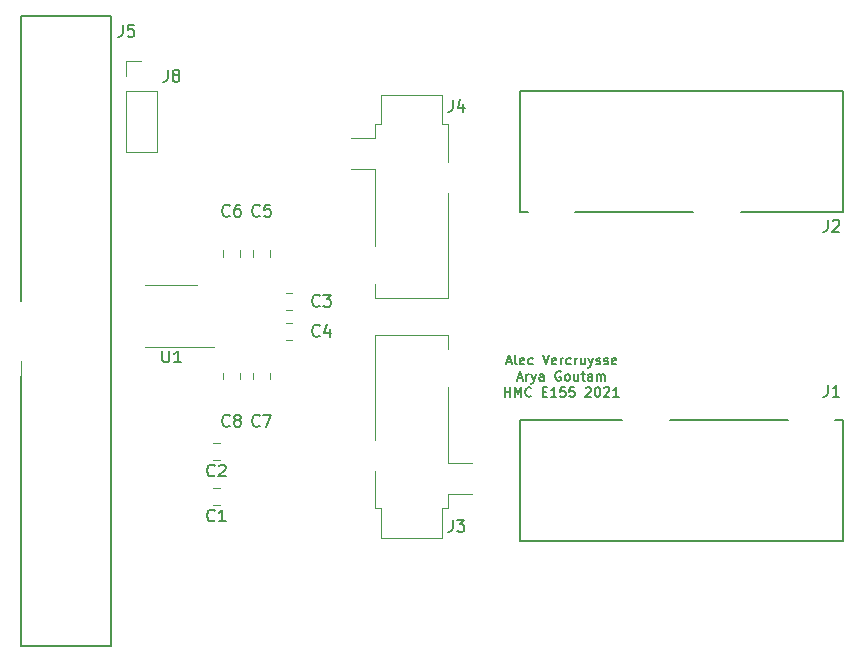
<source format=gbr>
%TF.GenerationSoftware,KiCad,Pcbnew,(5.1.10-1-10_14)*%
%TF.CreationDate,2021-10-26T14:16:26-07:00*%
%TF.ProjectId,adc,6164632e-6b69-4636-9164-5f7063625858,rev?*%
%TF.SameCoordinates,Original*%
%TF.FileFunction,Legend,Top*%
%TF.FilePolarity,Positive*%
%FSLAX46Y46*%
G04 Gerber Fmt 4.6, Leading zero omitted, Abs format (unit mm)*
G04 Created by KiCad (PCBNEW (5.1.10-1-10_14)) date 2021-10-26 14:16:26*
%MOMM*%
%LPD*%
G01*
G04 APERTURE LIST*
%ADD10C,0.152400*%
%ADD11C,0.150000*%
%ADD12C,0.120000*%
G04 APERTURE END LIST*
D10*
X179505428Y-54643866D02*
X179892476Y-54643866D01*
X179428019Y-54876095D02*
X179698952Y-54063295D01*
X179969885Y-54876095D01*
X180356933Y-54876095D02*
X180279523Y-54837390D01*
X180240819Y-54759980D01*
X180240819Y-54063295D01*
X180976209Y-54837390D02*
X180898800Y-54876095D01*
X180743980Y-54876095D01*
X180666571Y-54837390D01*
X180627866Y-54759980D01*
X180627866Y-54450342D01*
X180666571Y-54372933D01*
X180743980Y-54334228D01*
X180898800Y-54334228D01*
X180976209Y-54372933D01*
X181014914Y-54450342D01*
X181014914Y-54527752D01*
X180627866Y-54605161D01*
X181711600Y-54837390D02*
X181634190Y-54876095D01*
X181479371Y-54876095D01*
X181401961Y-54837390D01*
X181363257Y-54798685D01*
X181324552Y-54721276D01*
X181324552Y-54489047D01*
X181363257Y-54411638D01*
X181401961Y-54372933D01*
X181479371Y-54334228D01*
X181634190Y-54334228D01*
X181711600Y-54372933D01*
X182563104Y-54063295D02*
X182834038Y-54876095D01*
X183104971Y-54063295D01*
X183685542Y-54837390D02*
X183608133Y-54876095D01*
X183453314Y-54876095D01*
X183375904Y-54837390D01*
X183337200Y-54759980D01*
X183337200Y-54450342D01*
X183375904Y-54372933D01*
X183453314Y-54334228D01*
X183608133Y-54334228D01*
X183685542Y-54372933D01*
X183724247Y-54450342D01*
X183724247Y-54527752D01*
X183337200Y-54605161D01*
X184072590Y-54876095D02*
X184072590Y-54334228D01*
X184072590Y-54489047D02*
X184111295Y-54411638D01*
X184150000Y-54372933D01*
X184227409Y-54334228D01*
X184304819Y-54334228D01*
X184924095Y-54837390D02*
X184846685Y-54876095D01*
X184691866Y-54876095D01*
X184614457Y-54837390D01*
X184575752Y-54798685D01*
X184537047Y-54721276D01*
X184537047Y-54489047D01*
X184575752Y-54411638D01*
X184614457Y-54372933D01*
X184691866Y-54334228D01*
X184846685Y-54334228D01*
X184924095Y-54372933D01*
X185272438Y-54876095D02*
X185272438Y-54334228D01*
X185272438Y-54489047D02*
X185311142Y-54411638D01*
X185349847Y-54372933D01*
X185427257Y-54334228D01*
X185504666Y-54334228D01*
X186123942Y-54334228D02*
X186123942Y-54876095D01*
X185775600Y-54334228D02*
X185775600Y-54759980D01*
X185814304Y-54837390D01*
X185891714Y-54876095D01*
X186007828Y-54876095D01*
X186085238Y-54837390D01*
X186123942Y-54798685D01*
X186433580Y-54334228D02*
X186627104Y-54876095D01*
X186820628Y-54334228D02*
X186627104Y-54876095D01*
X186549695Y-55069619D01*
X186510990Y-55108323D01*
X186433580Y-55147028D01*
X187091561Y-54837390D02*
X187168971Y-54876095D01*
X187323790Y-54876095D01*
X187401200Y-54837390D01*
X187439904Y-54759980D01*
X187439904Y-54721276D01*
X187401200Y-54643866D01*
X187323790Y-54605161D01*
X187207676Y-54605161D01*
X187130266Y-54566457D01*
X187091561Y-54489047D01*
X187091561Y-54450342D01*
X187130266Y-54372933D01*
X187207676Y-54334228D01*
X187323790Y-54334228D01*
X187401200Y-54372933D01*
X187749542Y-54837390D02*
X187826952Y-54876095D01*
X187981771Y-54876095D01*
X188059180Y-54837390D01*
X188097885Y-54759980D01*
X188097885Y-54721276D01*
X188059180Y-54643866D01*
X187981771Y-54605161D01*
X187865657Y-54605161D01*
X187788247Y-54566457D01*
X187749542Y-54489047D01*
X187749542Y-54450342D01*
X187788247Y-54372933D01*
X187865657Y-54334228D01*
X187981771Y-54334228D01*
X188059180Y-54372933D01*
X188755866Y-54837390D02*
X188678457Y-54876095D01*
X188523638Y-54876095D01*
X188446228Y-54837390D01*
X188407523Y-54759980D01*
X188407523Y-54450342D01*
X188446228Y-54372933D01*
X188523638Y-54334228D01*
X188678457Y-54334228D01*
X188755866Y-54372933D01*
X188794571Y-54450342D01*
X188794571Y-54527752D01*
X188407523Y-54605161D01*
X180434342Y-56015466D02*
X180821390Y-56015466D01*
X180356933Y-56247695D02*
X180627866Y-55434895D01*
X180898800Y-56247695D01*
X181169733Y-56247695D02*
X181169733Y-55705828D01*
X181169733Y-55860647D02*
X181208438Y-55783238D01*
X181247142Y-55744533D01*
X181324552Y-55705828D01*
X181401961Y-55705828D01*
X181595485Y-55705828D02*
X181789009Y-56247695D01*
X181982533Y-55705828D02*
X181789009Y-56247695D01*
X181711600Y-56441219D01*
X181672895Y-56479923D01*
X181595485Y-56518628D01*
X182640514Y-56247695D02*
X182640514Y-55821942D01*
X182601809Y-55744533D01*
X182524400Y-55705828D01*
X182369580Y-55705828D01*
X182292171Y-55744533D01*
X182640514Y-56208990D02*
X182563104Y-56247695D01*
X182369580Y-56247695D01*
X182292171Y-56208990D01*
X182253466Y-56131580D01*
X182253466Y-56054171D01*
X182292171Y-55976761D01*
X182369580Y-55938057D01*
X182563104Y-55938057D01*
X182640514Y-55899352D01*
X184072590Y-55473600D02*
X183995180Y-55434895D01*
X183879066Y-55434895D01*
X183762952Y-55473600D01*
X183685542Y-55551009D01*
X183646838Y-55628419D01*
X183608133Y-55783238D01*
X183608133Y-55899352D01*
X183646838Y-56054171D01*
X183685542Y-56131580D01*
X183762952Y-56208990D01*
X183879066Y-56247695D01*
X183956476Y-56247695D01*
X184072590Y-56208990D01*
X184111295Y-56170285D01*
X184111295Y-55899352D01*
X183956476Y-55899352D01*
X184575752Y-56247695D02*
X184498342Y-56208990D01*
X184459638Y-56170285D01*
X184420933Y-56092876D01*
X184420933Y-55860647D01*
X184459638Y-55783238D01*
X184498342Y-55744533D01*
X184575752Y-55705828D01*
X184691866Y-55705828D01*
X184769276Y-55744533D01*
X184807980Y-55783238D01*
X184846685Y-55860647D01*
X184846685Y-56092876D01*
X184807980Y-56170285D01*
X184769276Y-56208990D01*
X184691866Y-56247695D01*
X184575752Y-56247695D01*
X185543371Y-55705828D02*
X185543371Y-56247695D01*
X185195028Y-55705828D02*
X185195028Y-56131580D01*
X185233733Y-56208990D01*
X185311142Y-56247695D01*
X185427257Y-56247695D01*
X185504666Y-56208990D01*
X185543371Y-56170285D01*
X185814304Y-55705828D02*
X186123942Y-55705828D01*
X185930419Y-55434895D02*
X185930419Y-56131580D01*
X185969123Y-56208990D01*
X186046533Y-56247695D01*
X186123942Y-56247695D01*
X186743219Y-56247695D02*
X186743219Y-55821942D01*
X186704514Y-55744533D01*
X186627104Y-55705828D01*
X186472285Y-55705828D01*
X186394876Y-55744533D01*
X186743219Y-56208990D02*
X186665809Y-56247695D01*
X186472285Y-56247695D01*
X186394876Y-56208990D01*
X186356171Y-56131580D01*
X186356171Y-56054171D01*
X186394876Y-55976761D01*
X186472285Y-55938057D01*
X186665809Y-55938057D01*
X186743219Y-55899352D01*
X187130266Y-56247695D02*
X187130266Y-55705828D01*
X187130266Y-55783238D02*
X187168971Y-55744533D01*
X187246380Y-55705828D01*
X187362495Y-55705828D01*
X187439904Y-55744533D01*
X187478609Y-55821942D01*
X187478609Y-56247695D01*
X187478609Y-55821942D02*
X187517314Y-55744533D01*
X187594723Y-55705828D01*
X187710838Y-55705828D01*
X187788247Y-55744533D01*
X187826952Y-55821942D01*
X187826952Y-56247695D01*
X179350609Y-57619295D02*
X179350609Y-56806495D01*
X179350609Y-57193542D02*
X179815066Y-57193542D01*
X179815066Y-57619295D02*
X179815066Y-56806495D01*
X180202114Y-57619295D02*
X180202114Y-56806495D01*
X180473047Y-57387066D01*
X180743980Y-56806495D01*
X180743980Y-57619295D01*
X181595485Y-57541885D02*
X181556780Y-57580590D01*
X181440666Y-57619295D01*
X181363257Y-57619295D01*
X181247142Y-57580590D01*
X181169733Y-57503180D01*
X181131028Y-57425771D01*
X181092323Y-57270952D01*
X181092323Y-57154838D01*
X181131028Y-57000019D01*
X181169733Y-56922609D01*
X181247142Y-56845200D01*
X181363257Y-56806495D01*
X181440666Y-56806495D01*
X181556780Y-56845200D01*
X181595485Y-56883904D01*
X182563104Y-57193542D02*
X182834038Y-57193542D01*
X182950152Y-57619295D02*
X182563104Y-57619295D01*
X182563104Y-56806495D01*
X182950152Y-56806495D01*
X183724247Y-57619295D02*
X183259790Y-57619295D01*
X183492019Y-57619295D02*
X183492019Y-56806495D01*
X183414609Y-56922609D01*
X183337200Y-57000019D01*
X183259790Y-57038723D01*
X184459638Y-56806495D02*
X184072590Y-56806495D01*
X184033885Y-57193542D01*
X184072590Y-57154838D01*
X184150000Y-57116133D01*
X184343523Y-57116133D01*
X184420933Y-57154838D01*
X184459638Y-57193542D01*
X184498342Y-57270952D01*
X184498342Y-57464476D01*
X184459638Y-57541885D01*
X184420933Y-57580590D01*
X184343523Y-57619295D01*
X184150000Y-57619295D01*
X184072590Y-57580590D01*
X184033885Y-57541885D01*
X185233733Y-56806495D02*
X184846685Y-56806495D01*
X184807980Y-57193542D01*
X184846685Y-57154838D01*
X184924095Y-57116133D01*
X185117619Y-57116133D01*
X185195028Y-57154838D01*
X185233733Y-57193542D01*
X185272438Y-57270952D01*
X185272438Y-57464476D01*
X185233733Y-57541885D01*
X185195028Y-57580590D01*
X185117619Y-57619295D01*
X184924095Y-57619295D01*
X184846685Y-57580590D01*
X184807980Y-57541885D01*
X186201352Y-56883904D02*
X186240057Y-56845200D01*
X186317466Y-56806495D01*
X186510990Y-56806495D01*
X186588400Y-56845200D01*
X186627104Y-56883904D01*
X186665809Y-56961314D01*
X186665809Y-57038723D01*
X186627104Y-57154838D01*
X186162647Y-57619295D01*
X186665809Y-57619295D01*
X187168971Y-56806495D02*
X187246380Y-56806495D01*
X187323790Y-56845200D01*
X187362495Y-56883904D01*
X187401200Y-56961314D01*
X187439904Y-57116133D01*
X187439904Y-57309657D01*
X187401200Y-57464476D01*
X187362495Y-57541885D01*
X187323790Y-57580590D01*
X187246380Y-57619295D01*
X187168971Y-57619295D01*
X187091561Y-57580590D01*
X187052857Y-57541885D01*
X187014152Y-57464476D01*
X186975447Y-57309657D01*
X186975447Y-57116133D01*
X187014152Y-56961314D01*
X187052857Y-56883904D01*
X187091561Y-56845200D01*
X187168971Y-56806495D01*
X187749542Y-56883904D02*
X187788247Y-56845200D01*
X187865657Y-56806495D01*
X188059180Y-56806495D01*
X188136590Y-56845200D01*
X188175295Y-56883904D01*
X188214000Y-56961314D01*
X188214000Y-57038723D01*
X188175295Y-57154838D01*
X187710838Y-57619295D01*
X188214000Y-57619295D01*
X188988095Y-57619295D02*
X188523638Y-57619295D01*
X188755866Y-57619295D02*
X188755866Y-56806495D01*
X188678457Y-56922609D01*
X188601047Y-57000019D01*
X188523638Y-57038723D01*
D11*
%TO.C,J5*%
X138430000Y-78740000D02*
X146050000Y-78740000D01*
X146050000Y-78740000D02*
X146050000Y-25400000D01*
X146050000Y-25400000D02*
X138430000Y-25400000D01*
X138430000Y-25400000D02*
X138430000Y-49530000D01*
X138430000Y-78740000D02*
X138430000Y-55880000D01*
D12*
X138430000Y-55880000D02*
X138430000Y-54610000D01*
%TO.C,C6*%
X155475000Y-45748752D02*
X155475000Y-45226248D01*
X156945000Y-45748752D02*
X156945000Y-45226248D01*
%TO.C,C7*%
X159485000Y-55618748D02*
X159485000Y-56141252D01*
X158015000Y-55618748D02*
X158015000Y-56141252D01*
%TO.C,C5*%
X158015000Y-45748752D02*
X158015000Y-45226248D01*
X159485000Y-45748752D02*
X159485000Y-45226248D01*
%TO.C,C3*%
X160796248Y-48795000D02*
X161318752Y-48795000D01*
X160796248Y-50265000D02*
X161318752Y-50265000D01*
%TO.C,U1*%
X151130000Y-48190000D02*
X148930000Y-48190000D01*
X151130000Y-48190000D02*
X153330000Y-48190000D01*
X151130000Y-53410000D02*
X148930000Y-53410000D01*
X151130000Y-53410000D02*
X154730000Y-53410000D01*
%TO.C,J8*%
X147260000Y-36890000D02*
X149920000Y-36890000D01*
X147260000Y-31750000D02*
X147260000Y-36890000D01*
X149920000Y-31750000D02*
X149920000Y-36890000D01*
X147260000Y-31750000D02*
X149920000Y-31750000D01*
X147260000Y-30480000D02*
X147260000Y-29150000D01*
X147260000Y-29150000D02*
X148590000Y-29150000D01*
%TO.C,J4*%
X168350000Y-35740000D02*
X168350000Y-34540000D01*
X168350000Y-34540000D02*
X168850000Y-34540000D01*
X168850000Y-34540000D02*
X168850000Y-32040000D01*
X168850000Y-32040000D02*
X174050000Y-32040000D01*
X174050000Y-32040000D02*
X174050000Y-34540000D01*
X174050000Y-34540000D02*
X174550000Y-34540000D01*
X174550000Y-34540000D02*
X174550000Y-37740000D01*
X174550000Y-40340000D02*
X174550000Y-49240000D01*
X174550000Y-49240000D02*
X168350000Y-49240000D01*
X168350000Y-49240000D02*
X168350000Y-48040000D01*
X168350000Y-44840000D02*
X168350000Y-38340000D01*
X168350000Y-35740000D02*
X166350000Y-35740000D01*
X168350000Y-38340000D02*
X166350000Y-38340000D01*
%TO.C,J3*%
X174550000Y-65860000D02*
X174550000Y-67060000D01*
X174550000Y-67060000D02*
X174050000Y-67060000D01*
X174050000Y-67060000D02*
X174050000Y-69560000D01*
X174050000Y-69560000D02*
X168850000Y-69560000D01*
X168850000Y-69560000D02*
X168850000Y-67060000D01*
X168850000Y-67060000D02*
X168350000Y-67060000D01*
X168350000Y-67060000D02*
X168350000Y-63860000D01*
X168350000Y-61260000D02*
X168350000Y-52360000D01*
X168350000Y-52360000D02*
X174550000Y-52360000D01*
X174550000Y-52360000D02*
X174550000Y-53560000D01*
X174550000Y-56760000D02*
X174550000Y-63260000D01*
X174550000Y-65860000D02*
X176550000Y-65860000D01*
X174550000Y-63260000D02*
X176550000Y-63260000D01*
D11*
%TO.C,J2*%
X181310000Y-42000000D02*
X180610000Y-42000000D01*
X199310000Y-42000000D02*
X208010000Y-42000000D01*
X195310000Y-42000000D02*
X185310000Y-42000000D01*
X180610000Y-31750000D02*
X180610000Y-42000000D01*
X208010000Y-31750000D02*
X208010000Y-42000000D01*
X208010000Y-31750000D02*
X180610000Y-31750000D01*
%TO.C,J1*%
X207310000Y-59600000D02*
X208010000Y-59600000D01*
X189310000Y-59600000D02*
X180610000Y-59600000D01*
X193310000Y-59600000D02*
X203310000Y-59600000D01*
X208010000Y-69850000D02*
X208010000Y-59600000D01*
X180610000Y-69850000D02*
X180610000Y-59600000D01*
X180610000Y-69850000D02*
X208010000Y-69850000D01*
D12*
%TO.C,C8*%
X156945000Y-55618748D02*
X156945000Y-56141252D01*
X155475000Y-55618748D02*
X155475000Y-56141252D01*
%TO.C,C4*%
X160796248Y-51335000D02*
X161318752Y-51335000D01*
X160796248Y-52805000D02*
X161318752Y-52805000D01*
%TO.C,C2*%
X155201252Y-62965000D02*
X154678748Y-62965000D01*
X155201252Y-61495000D02*
X154678748Y-61495000D01*
%TO.C,C1*%
X155201252Y-66775000D02*
X154678748Y-66775000D01*
X155201252Y-65305000D02*
X154678748Y-65305000D01*
%TO.C,J5*%
D11*
X146986666Y-26122380D02*
X146986666Y-26836666D01*
X146939047Y-26979523D01*
X146843809Y-27074761D01*
X146700952Y-27122380D01*
X146605714Y-27122380D01*
X147939047Y-26122380D02*
X147462857Y-26122380D01*
X147415238Y-26598571D01*
X147462857Y-26550952D01*
X147558095Y-26503333D01*
X147796190Y-26503333D01*
X147891428Y-26550952D01*
X147939047Y-26598571D01*
X147986666Y-26693809D01*
X147986666Y-26931904D01*
X147939047Y-27027142D01*
X147891428Y-27074761D01*
X147796190Y-27122380D01*
X147558095Y-27122380D01*
X147462857Y-27074761D01*
X147415238Y-27027142D01*
%TO.C,C6*%
X156043333Y-42267142D02*
X155995714Y-42314761D01*
X155852857Y-42362380D01*
X155757619Y-42362380D01*
X155614761Y-42314761D01*
X155519523Y-42219523D01*
X155471904Y-42124285D01*
X155424285Y-41933809D01*
X155424285Y-41790952D01*
X155471904Y-41600476D01*
X155519523Y-41505238D01*
X155614761Y-41410000D01*
X155757619Y-41362380D01*
X155852857Y-41362380D01*
X155995714Y-41410000D01*
X156043333Y-41457619D01*
X156900476Y-41362380D02*
X156710000Y-41362380D01*
X156614761Y-41410000D01*
X156567142Y-41457619D01*
X156471904Y-41600476D01*
X156424285Y-41790952D01*
X156424285Y-42171904D01*
X156471904Y-42267142D01*
X156519523Y-42314761D01*
X156614761Y-42362380D01*
X156805238Y-42362380D01*
X156900476Y-42314761D01*
X156948095Y-42267142D01*
X156995714Y-42171904D01*
X156995714Y-41933809D01*
X156948095Y-41838571D01*
X156900476Y-41790952D01*
X156805238Y-41743333D01*
X156614761Y-41743333D01*
X156519523Y-41790952D01*
X156471904Y-41838571D01*
X156424285Y-41933809D01*
%TO.C,C7*%
X158583333Y-60047142D02*
X158535714Y-60094761D01*
X158392857Y-60142380D01*
X158297619Y-60142380D01*
X158154761Y-60094761D01*
X158059523Y-59999523D01*
X158011904Y-59904285D01*
X157964285Y-59713809D01*
X157964285Y-59570952D01*
X158011904Y-59380476D01*
X158059523Y-59285238D01*
X158154761Y-59190000D01*
X158297619Y-59142380D01*
X158392857Y-59142380D01*
X158535714Y-59190000D01*
X158583333Y-59237619D01*
X158916666Y-59142380D02*
X159583333Y-59142380D01*
X159154761Y-60142380D01*
%TO.C,C5*%
X158583333Y-42267142D02*
X158535714Y-42314761D01*
X158392857Y-42362380D01*
X158297619Y-42362380D01*
X158154761Y-42314761D01*
X158059523Y-42219523D01*
X158011904Y-42124285D01*
X157964285Y-41933809D01*
X157964285Y-41790952D01*
X158011904Y-41600476D01*
X158059523Y-41505238D01*
X158154761Y-41410000D01*
X158297619Y-41362380D01*
X158392857Y-41362380D01*
X158535714Y-41410000D01*
X158583333Y-41457619D01*
X159488095Y-41362380D02*
X159011904Y-41362380D01*
X158964285Y-41838571D01*
X159011904Y-41790952D01*
X159107142Y-41743333D01*
X159345238Y-41743333D01*
X159440476Y-41790952D01*
X159488095Y-41838571D01*
X159535714Y-41933809D01*
X159535714Y-42171904D01*
X159488095Y-42267142D01*
X159440476Y-42314761D01*
X159345238Y-42362380D01*
X159107142Y-42362380D01*
X159011904Y-42314761D01*
X158964285Y-42267142D01*
%TO.C,C3*%
X163663333Y-49887142D02*
X163615714Y-49934761D01*
X163472857Y-49982380D01*
X163377619Y-49982380D01*
X163234761Y-49934761D01*
X163139523Y-49839523D01*
X163091904Y-49744285D01*
X163044285Y-49553809D01*
X163044285Y-49410952D01*
X163091904Y-49220476D01*
X163139523Y-49125238D01*
X163234761Y-49030000D01*
X163377619Y-48982380D01*
X163472857Y-48982380D01*
X163615714Y-49030000D01*
X163663333Y-49077619D01*
X163996666Y-48982380D02*
X164615714Y-48982380D01*
X164282380Y-49363333D01*
X164425238Y-49363333D01*
X164520476Y-49410952D01*
X164568095Y-49458571D01*
X164615714Y-49553809D01*
X164615714Y-49791904D01*
X164568095Y-49887142D01*
X164520476Y-49934761D01*
X164425238Y-49982380D01*
X164139523Y-49982380D01*
X164044285Y-49934761D01*
X163996666Y-49887142D01*
%TO.C,U1*%
X150368095Y-53702380D02*
X150368095Y-54511904D01*
X150415714Y-54607142D01*
X150463333Y-54654761D01*
X150558571Y-54702380D01*
X150749047Y-54702380D01*
X150844285Y-54654761D01*
X150891904Y-54607142D01*
X150939523Y-54511904D01*
X150939523Y-53702380D01*
X151939523Y-54702380D02*
X151368095Y-54702380D01*
X151653809Y-54702380D02*
X151653809Y-53702380D01*
X151558571Y-53845238D01*
X151463333Y-53940476D01*
X151368095Y-53988095D01*
%TO.C,J8*%
X150796666Y-29932380D02*
X150796666Y-30646666D01*
X150749047Y-30789523D01*
X150653809Y-30884761D01*
X150510952Y-30932380D01*
X150415714Y-30932380D01*
X151415714Y-30360952D02*
X151320476Y-30313333D01*
X151272857Y-30265714D01*
X151225238Y-30170476D01*
X151225238Y-30122857D01*
X151272857Y-30027619D01*
X151320476Y-29980000D01*
X151415714Y-29932380D01*
X151606190Y-29932380D01*
X151701428Y-29980000D01*
X151749047Y-30027619D01*
X151796666Y-30122857D01*
X151796666Y-30170476D01*
X151749047Y-30265714D01*
X151701428Y-30313333D01*
X151606190Y-30360952D01*
X151415714Y-30360952D01*
X151320476Y-30408571D01*
X151272857Y-30456190D01*
X151225238Y-30551428D01*
X151225238Y-30741904D01*
X151272857Y-30837142D01*
X151320476Y-30884761D01*
X151415714Y-30932380D01*
X151606190Y-30932380D01*
X151701428Y-30884761D01*
X151749047Y-30837142D01*
X151796666Y-30741904D01*
X151796666Y-30551428D01*
X151749047Y-30456190D01*
X151701428Y-30408571D01*
X151606190Y-30360952D01*
%TO.C,J4*%
X174926666Y-32472380D02*
X174926666Y-33186666D01*
X174879047Y-33329523D01*
X174783809Y-33424761D01*
X174640952Y-33472380D01*
X174545714Y-33472380D01*
X175831428Y-32805714D02*
X175831428Y-33472380D01*
X175593333Y-32424761D02*
X175355238Y-33139047D01*
X175974285Y-33139047D01*
%TO.C,J3*%
X174926666Y-68032380D02*
X174926666Y-68746666D01*
X174879047Y-68889523D01*
X174783809Y-68984761D01*
X174640952Y-69032380D01*
X174545714Y-69032380D01*
X175307619Y-68032380D02*
X175926666Y-68032380D01*
X175593333Y-68413333D01*
X175736190Y-68413333D01*
X175831428Y-68460952D01*
X175879047Y-68508571D01*
X175926666Y-68603809D01*
X175926666Y-68841904D01*
X175879047Y-68937142D01*
X175831428Y-68984761D01*
X175736190Y-69032380D01*
X175450476Y-69032380D01*
X175355238Y-68984761D01*
X175307619Y-68937142D01*
%TO.C,J2*%
X206676666Y-42632380D02*
X206676666Y-43346666D01*
X206629047Y-43489523D01*
X206533809Y-43584761D01*
X206390952Y-43632380D01*
X206295714Y-43632380D01*
X207105238Y-42727619D02*
X207152857Y-42680000D01*
X207248095Y-42632380D01*
X207486190Y-42632380D01*
X207581428Y-42680000D01*
X207629047Y-42727619D01*
X207676666Y-42822857D01*
X207676666Y-42918095D01*
X207629047Y-43060952D01*
X207057619Y-43632380D01*
X207676666Y-43632380D01*
%TO.C,J1*%
X206676666Y-56602380D02*
X206676666Y-57316666D01*
X206629047Y-57459523D01*
X206533809Y-57554761D01*
X206390952Y-57602380D01*
X206295714Y-57602380D01*
X207676666Y-57602380D02*
X207105238Y-57602380D01*
X207390952Y-57602380D02*
X207390952Y-56602380D01*
X207295714Y-56745238D01*
X207200476Y-56840476D01*
X207105238Y-56888095D01*
%TO.C,C8*%
X156043333Y-60047142D02*
X155995714Y-60094761D01*
X155852857Y-60142380D01*
X155757619Y-60142380D01*
X155614761Y-60094761D01*
X155519523Y-59999523D01*
X155471904Y-59904285D01*
X155424285Y-59713809D01*
X155424285Y-59570952D01*
X155471904Y-59380476D01*
X155519523Y-59285238D01*
X155614761Y-59190000D01*
X155757619Y-59142380D01*
X155852857Y-59142380D01*
X155995714Y-59190000D01*
X156043333Y-59237619D01*
X156614761Y-59570952D02*
X156519523Y-59523333D01*
X156471904Y-59475714D01*
X156424285Y-59380476D01*
X156424285Y-59332857D01*
X156471904Y-59237619D01*
X156519523Y-59190000D01*
X156614761Y-59142380D01*
X156805238Y-59142380D01*
X156900476Y-59190000D01*
X156948095Y-59237619D01*
X156995714Y-59332857D01*
X156995714Y-59380476D01*
X156948095Y-59475714D01*
X156900476Y-59523333D01*
X156805238Y-59570952D01*
X156614761Y-59570952D01*
X156519523Y-59618571D01*
X156471904Y-59666190D01*
X156424285Y-59761428D01*
X156424285Y-59951904D01*
X156471904Y-60047142D01*
X156519523Y-60094761D01*
X156614761Y-60142380D01*
X156805238Y-60142380D01*
X156900476Y-60094761D01*
X156948095Y-60047142D01*
X156995714Y-59951904D01*
X156995714Y-59761428D01*
X156948095Y-59666190D01*
X156900476Y-59618571D01*
X156805238Y-59570952D01*
%TO.C,C4*%
X163663333Y-52427142D02*
X163615714Y-52474761D01*
X163472857Y-52522380D01*
X163377619Y-52522380D01*
X163234761Y-52474761D01*
X163139523Y-52379523D01*
X163091904Y-52284285D01*
X163044285Y-52093809D01*
X163044285Y-51950952D01*
X163091904Y-51760476D01*
X163139523Y-51665238D01*
X163234761Y-51570000D01*
X163377619Y-51522380D01*
X163472857Y-51522380D01*
X163615714Y-51570000D01*
X163663333Y-51617619D01*
X164520476Y-51855714D02*
X164520476Y-52522380D01*
X164282380Y-51474761D02*
X164044285Y-52189047D01*
X164663333Y-52189047D01*
%TO.C,C2*%
X154773333Y-64267142D02*
X154725714Y-64314761D01*
X154582857Y-64362380D01*
X154487619Y-64362380D01*
X154344761Y-64314761D01*
X154249523Y-64219523D01*
X154201904Y-64124285D01*
X154154285Y-63933809D01*
X154154285Y-63790952D01*
X154201904Y-63600476D01*
X154249523Y-63505238D01*
X154344761Y-63410000D01*
X154487619Y-63362380D01*
X154582857Y-63362380D01*
X154725714Y-63410000D01*
X154773333Y-63457619D01*
X155154285Y-63457619D02*
X155201904Y-63410000D01*
X155297142Y-63362380D01*
X155535238Y-63362380D01*
X155630476Y-63410000D01*
X155678095Y-63457619D01*
X155725714Y-63552857D01*
X155725714Y-63648095D01*
X155678095Y-63790952D01*
X155106666Y-64362380D01*
X155725714Y-64362380D01*
%TO.C,C1*%
X154773333Y-68077142D02*
X154725714Y-68124761D01*
X154582857Y-68172380D01*
X154487619Y-68172380D01*
X154344761Y-68124761D01*
X154249523Y-68029523D01*
X154201904Y-67934285D01*
X154154285Y-67743809D01*
X154154285Y-67600952D01*
X154201904Y-67410476D01*
X154249523Y-67315238D01*
X154344761Y-67220000D01*
X154487619Y-67172380D01*
X154582857Y-67172380D01*
X154725714Y-67220000D01*
X154773333Y-67267619D01*
X155725714Y-68172380D02*
X155154285Y-68172380D01*
X155440000Y-68172380D02*
X155440000Y-67172380D01*
X155344761Y-67315238D01*
X155249523Y-67410476D01*
X155154285Y-67458095D01*
%TD*%
M02*

</source>
